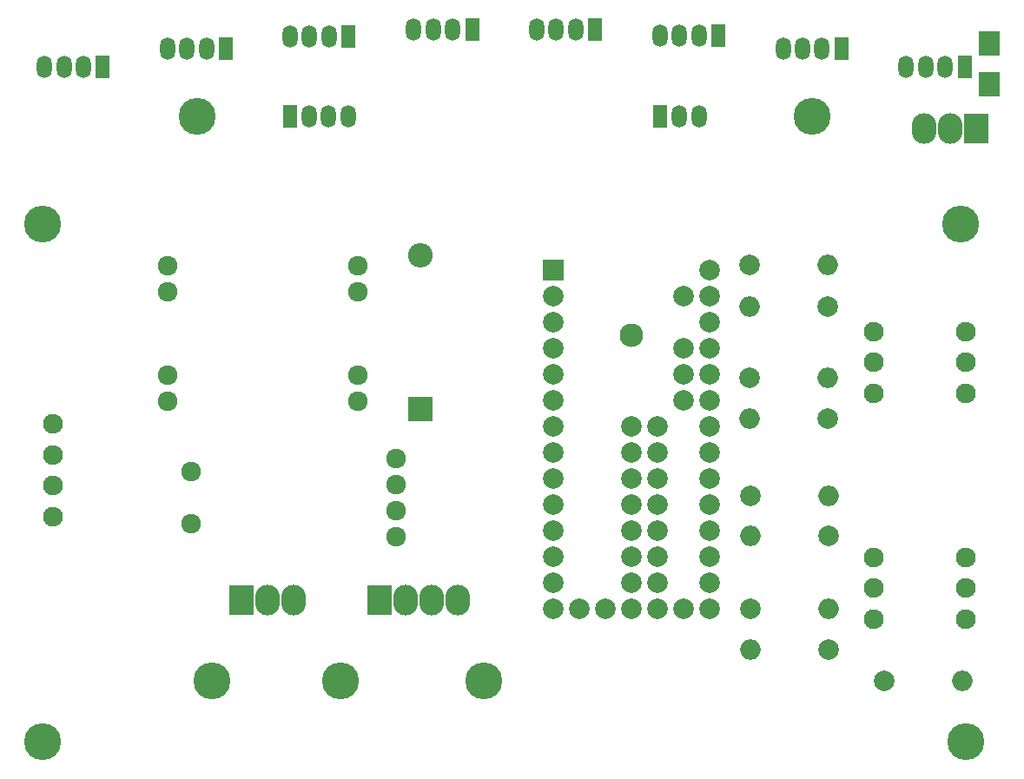
<source format=gts>
G04 #@! TF.FileFunction,Soldermask,Top*
%FSLAX46Y46*%
G04 Gerber Fmt 4.6, Leading zero omitted, Abs format (unit mm)*
G04 Created by KiCad (PCBNEW 4.0.7) date 06/03/18 23:49:29*
%MOMM*%
%LPD*%
G01*
G04 APERTURE LIST*
%ADD10C,0.100000*%
%ADD11C,3.600000*%
%ADD12C,1.924000*%
%ADD13R,2.400000X2.400000*%
%ADD14O,2.400000X2.400000*%
%ADD15C,2.000000*%
%ADD16R,2.000000X2.000000*%
%ADD17C,2.300000*%
%ADD18R,1.470000X2.200000*%
%ADD19O,1.470000X2.200000*%
%ADD20R,2.100000X2.400000*%
%ADD21C,1.930000*%
%ADD22R,2.400000X3.000000*%
%ADD23O,2.400000X3.000000*%
%ADD24O,2.000000X2.000000*%
G04 APERTURE END LIST*
D10*
D11*
X21500000Y-69500000D03*
X34000000Y-69500000D03*
X48000000Y-69500000D03*
X95000000Y-75500000D03*
X5000000Y-75500000D03*
X5000000Y-25000000D03*
X94500000Y-25000000D03*
X80000000Y-14500000D03*
D12*
X39420000Y-55450000D03*
X39420000Y-52910000D03*
X39420000Y-50370000D03*
X39420000Y-47830000D03*
X19420000Y-54180000D03*
X19420000Y-49100000D03*
D13*
X41770000Y-43030000D03*
D14*
X41770000Y-28030000D03*
D12*
X35691000Y-39704000D03*
X35691000Y-42244000D03*
X35691000Y-29036000D03*
X35691000Y-31576000D03*
X17149000Y-39704000D03*
X17149000Y-31576000D03*
X17149000Y-42244000D03*
X17149000Y-29036000D03*
D15*
X62340000Y-62500000D03*
X64880000Y-62500000D03*
X67420000Y-62500000D03*
X69960000Y-62500000D03*
X59800000Y-62500000D03*
X57260000Y-62500000D03*
X54720000Y-62500000D03*
X69960000Y-59960000D03*
X69960000Y-57420000D03*
X69960000Y-54880000D03*
X69960000Y-52340000D03*
X69960000Y-49800000D03*
X69960000Y-47260000D03*
X69960000Y-44720000D03*
X69960000Y-42180000D03*
X69960000Y-39640000D03*
X69960000Y-37100000D03*
X69960000Y-34560000D03*
X69960000Y-32020000D03*
X69960000Y-29480000D03*
X67420000Y-32020000D03*
X67420000Y-37100000D03*
X67420000Y-39640000D03*
X67420000Y-42180000D03*
X54720000Y-59960000D03*
X54720000Y-57420000D03*
X54720000Y-54880000D03*
X54720000Y-52340000D03*
X54720000Y-49800000D03*
X54720000Y-47260000D03*
X54720000Y-44720000D03*
X54720000Y-42180000D03*
X54720000Y-39640000D03*
X54720000Y-37100000D03*
X54720000Y-34560000D03*
X54720000Y-32020000D03*
D16*
X54720000Y-29480000D03*
D15*
X62340000Y-44720000D03*
X62340000Y-47260000D03*
X62340000Y-49800000D03*
X62340000Y-52340000D03*
X62340000Y-54880000D03*
X62340000Y-57420000D03*
X62340000Y-59960000D03*
X64880000Y-59960000D03*
X64880000Y-57420000D03*
X64880000Y-54880000D03*
X64880000Y-52340000D03*
X64880000Y-49800000D03*
X64880000Y-47260000D03*
X64880000Y-44720000D03*
D17*
X62340000Y-35830000D03*
D18*
X94850000Y-9710000D03*
D19*
X92950000Y-9710000D03*
X91050000Y-9710000D03*
X89150000Y-9710000D03*
D18*
X82850000Y-7870000D03*
D19*
X80950000Y-7870000D03*
X79050000Y-7870000D03*
X77150000Y-7870000D03*
D18*
X70840000Y-6670000D03*
D19*
X68940000Y-6670000D03*
X67040000Y-6670000D03*
X65140000Y-6670000D03*
D18*
X58850000Y-6060000D03*
D19*
X56950000Y-6060000D03*
X55050000Y-6060000D03*
X53150000Y-6060000D03*
D18*
X46850000Y-6070000D03*
D19*
X44950000Y-6070000D03*
X43050000Y-6070000D03*
X41150000Y-6070000D03*
D18*
X34780000Y-6690000D03*
D19*
X32880000Y-6690000D03*
X30980000Y-6690000D03*
X29080000Y-6690000D03*
D18*
X22850000Y-7870000D03*
D19*
X20950000Y-7870000D03*
X19050000Y-7870000D03*
X17150000Y-7870000D03*
D18*
X10850000Y-9670000D03*
D19*
X8950000Y-9670000D03*
X7050000Y-9670000D03*
X5150000Y-9670000D03*
D18*
X29060000Y-14500000D03*
D19*
X30960000Y-14500000D03*
X32860000Y-14500000D03*
X34760000Y-14500000D03*
D18*
X65170000Y-14510000D03*
D19*
X67070000Y-14510000D03*
X68970000Y-14510000D03*
D20*
X97250000Y-7410000D03*
X97250000Y-11410000D03*
D11*
X20000000Y-14500000D03*
D21*
X6000000Y-44500000D03*
X6000000Y-47500000D03*
X6000000Y-50500000D03*
X6000000Y-53500000D03*
X95000000Y-35500000D03*
X95000000Y-38500000D03*
X95000000Y-41500000D03*
X86000000Y-35500000D03*
X86000000Y-38500000D03*
X86000000Y-41500000D03*
X95000000Y-57500000D03*
X95000000Y-60500000D03*
X95000000Y-63500000D03*
X86000000Y-57500000D03*
X86000000Y-60500000D03*
X86000000Y-63500000D03*
D22*
X24340000Y-61640000D03*
D23*
X26880000Y-61640000D03*
X29420000Y-61640000D03*
D22*
X95989999Y-15710000D03*
D23*
X93449999Y-15710000D03*
X90909999Y-15710000D03*
D22*
X37800000Y-61640000D03*
D23*
X40340000Y-61640000D03*
X42880000Y-61640000D03*
X45420000Y-61640000D03*
D15*
X73880000Y-40000000D03*
D24*
X81500000Y-40000000D03*
D15*
X81500000Y-44000000D03*
D24*
X73880000Y-44000000D03*
D15*
X74000000Y-62500000D03*
D24*
X81620000Y-62500000D03*
D15*
X81620000Y-66500000D03*
D24*
X74000000Y-66500000D03*
D15*
X74000000Y-51500000D03*
D24*
X81620000Y-51500000D03*
D15*
X81620000Y-55430000D03*
D24*
X74000000Y-55430000D03*
D15*
X73880000Y-29000000D03*
D24*
X81500000Y-29000000D03*
D15*
X81490000Y-33030000D03*
D24*
X73870000Y-33030000D03*
D15*
X87000000Y-69500000D03*
D24*
X94620000Y-69500000D03*
M02*

</source>
